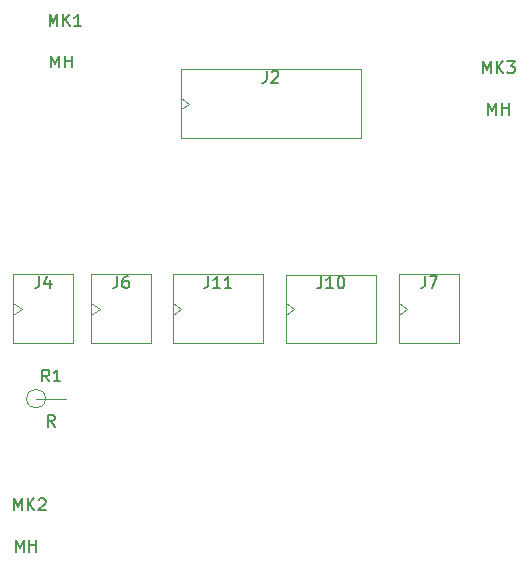
<source format=gbr>
G04 #@! TF.GenerationSoftware,KiCad,Pcbnew,7.0.9*
G04 #@! TF.CreationDate,2024-01-17T05:20:41+10:00*
G04 #@! TF.ProjectId,CONTROLLER_Radar Altimeter-V02,434f4e54-524f-44c4-9c45-525f52616461,1*
G04 #@! TF.SameCoordinates,Original*
G04 #@! TF.FileFunction,AssemblyDrawing,Top*
%FSLAX46Y46*%
G04 Gerber Fmt 4.6, Leading zero omitted, Abs format (unit mm)*
G04 Created by KiCad (PCBNEW 7.0.9) date 2024-01-17 05:20:41*
%MOMM*%
%LPD*%
G01*
G04 APERTURE LIST*
%ADD10C,0.150000*%
%ADD11C,0.100000*%
G04 APERTURE END LIST*
D10*
X33952857Y-54764819D02*
X33952857Y-53764819D01*
X33952857Y-53764819D02*
X34286190Y-54479104D01*
X34286190Y-54479104D02*
X34619523Y-53764819D01*
X34619523Y-53764819D02*
X34619523Y-54764819D01*
X35095714Y-54764819D02*
X35095714Y-53764819D01*
X35095714Y-54241009D02*
X35667142Y-54241009D01*
X35667142Y-54764819D02*
X35667142Y-53764819D01*
X33800476Y-51264819D02*
X33800476Y-50264819D01*
X33800476Y-50264819D02*
X34133809Y-50979104D01*
X34133809Y-50979104D02*
X34467142Y-50264819D01*
X34467142Y-50264819D02*
X34467142Y-51264819D01*
X34943333Y-51264819D02*
X34943333Y-50264819D01*
X35514761Y-51264819D02*
X35086190Y-50693390D01*
X35514761Y-50264819D02*
X34943333Y-50836247D01*
X36467142Y-51264819D02*
X35895714Y-51264819D01*
X36181428Y-51264819D02*
X36181428Y-50264819D01*
X36181428Y-50264819D02*
X36086190Y-50407676D01*
X36086190Y-50407676D02*
X35990952Y-50502914D01*
X35990952Y-50502914D02*
X35895714Y-50550533D01*
X30952857Y-95764819D02*
X30952857Y-94764819D01*
X30952857Y-94764819D02*
X31286190Y-95479104D01*
X31286190Y-95479104D02*
X31619523Y-94764819D01*
X31619523Y-94764819D02*
X31619523Y-95764819D01*
X32095714Y-95764819D02*
X32095714Y-94764819D01*
X32095714Y-95241009D02*
X32667142Y-95241009D01*
X32667142Y-95764819D02*
X32667142Y-94764819D01*
X30800476Y-92264819D02*
X30800476Y-91264819D01*
X30800476Y-91264819D02*
X31133809Y-91979104D01*
X31133809Y-91979104D02*
X31467142Y-91264819D01*
X31467142Y-91264819D02*
X31467142Y-92264819D01*
X31943333Y-92264819D02*
X31943333Y-91264819D01*
X32514761Y-92264819D02*
X32086190Y-91693390D01*
X32514761Y-91264819D02*
X31943333Y-91836247D01*
X32895714Y-91360057D02*
X32943333Y-91312438D01*
X32943333Y-91312438D02*
X33038571Y-91264819D01*
X33038571Y-91264819D02*
X33276666Y-91264819D01*
X33276666Y-91264819D02*
X33371904Y-91312438D01*
X33371904Y-91312438D02*
X33419523Y-91360057D01*
X33419523Y-91360057D02*
X33467142Y-91455295D01*
X33467142Y-91455295D02*
X33467142Y-91550533D01*
X33467142Y-91550533D02*
X33419523Y-91693390D01*
X33419523Y-91693390D02*
X32848095Y-92264819D01*
X32848095Y-92264819D02*
X33467142Y-92264819D01*
X70952857Y-58764819D02*
X70952857Y-57764819D01*
X70952857Y-57764819D02*
X71286190Y-58479104D01*
X71286190Y-58479104D02*
X71619523Y-57764819D01*
X71619523Y-57764819D02*
X71619523Y-58764819D01*
X72095714Y-58764819D02*
X72095714Y-57764819D01*
X72095714Y-58241009D02*
X72667142Y-58241009D01*
X72667142Y-58764819D02*
X72667142Y-57764819D01*
X70500476Y-55264819D02*
X70500476Y-54264819D01*
X70500476Y-54264819D02*
X70833809Y-54979104D01*
X70833809Y-54979104D02*
X71167142Y-54264819D01*
X71167142Y-54264819D02*
X71167142Y-55264819D01*
X71643333Y-55264819D02*
X71643333Y-54264819D01*
X72214761Y-55264819D02*
X71786190Y-54693390D01*
X72214761Y-54264819D02*
X71643333Y-54836247D01*
X72548095Y-54264819D02*
X73167142Y-54264819D01*
X73167142Y-54264819D02*
X72833809Y-54645771D01*
X72833809Y-54645771D02*
X72976666Y-54645771D01*
X72976666Y-54645771D02*
X73071904Y-54693390D01*
X73071904Y-54693390D02*
X73119523Y-54741009D01*
X73119523Y-54741009D02*
X73167142Y-54836247D01*
X73167142Y-54836247D02*
X73167142Y-55074342D01*
X73167142Y-55074342D02*
X73119523Y-55169580D01*
X73119523Y-55169580D02*
X73071904Y-55217200D01*
X73071904Y-55217200D02*
X72976666Y-55264819D01*
X72976666Y-55264819D02*
X72690952Y-55264819D01*
X72690952Y-55264819D02*
X72595714Y-55217200D01*
X72595714Y-55217200D02*
X72548095Y-55169580D01*
X65596666Y-72444819D02*
X65596666Y-73159104D01*
X65596666Y-73159104D02*
X65549047Y-73301961D01*
X65549047Y-73301961D02*
X65453809Y-73397200D01*
X65453809Y-73397200D02*
X65310952Y-73444819D01*
X65310952Y-73444819D02*
X65215714Y-73444819D01*
X65977619Y-72444819D02*
X66644285Y-72444819D01*
X66644285Y-72444819D02*
X66215714Y-73444819D01*
X32926666Y-72444819D02*
X32926666Y-73159104D01*
X32926666Y-73159104D02*
X32879047Y-73301961D01*
X32879047Y-73301961D02*
X32783809Y-73397200D01*
X32783809Y-73397200D02*
X32640952Y-73444819D01*
X32640952Y-73444819D02*
X32545714Y-73444819D01*
X33831428Y-72778152D02*
X33831428Y-73444819D01*
X33593333Y-72397200D02*
X33355238Y-73111485D01*
X33355238Y-73111485D02*
X33974285Y-73111485D01*
X47250476Y-72444819D02*
X47250476Y-73159104D01*
X47250476Y-73159104D02*
X47202857Y-73301961D01*
X47202857Y-73301961D02*
X47107619Y-73397200D01*
X47107619Y-73397200D02*
X46964762Y-73444819D01*
X46964762Y-73444819D02*
X46869524Y-73444819D01*
X48250476Y-73444819D02*
X47679048Y-73444819D01*
X47964762Y-73444819D02*
X47964762Y-72444819D01*
X47964762Y-72444819D02*
X47869524Y-72587676D01*
X47869524Y-72587676D02*
X47774286Y-72682914D01*
X47774286Y-72682914D02*
X47679048Y-72730533D01*
X49202857Y-73444819D02*
X48631429Y-73444819D01*
X48917143Y-73444819D02*
X48917143Y-72444819D01*
X48917143Y-72444819D02*
X48821905Y-72587676D01*
X48821905Y-72587676D02*
X48726667Y-72682914D01*
X48726667Y-72682914D02*
X48631429Y-72730533D01*
X52176666Y-55064819D02*
X52176666Y-55779104D01*
X52176666Y-55779104D02*
X52129047Y-55921961D01*
X52129047Y-55921961D02*
X52033809Y-56017200D01*
X52033809Y-56017200D02*
X51890952Y-56064819D01*
X51890952Y-56064819D02*
X51795714Y-56064819D01*
X52605238Y-55160057D02*
X52652857Y-55112438D01*
X52652857Y-55112438D02*
X52748095Y-55064819D01*
X52748095Y-55064819D02*
X52986190Y-55064819D01*
X52986190Y-55064819D02*
X53081428Y-55112438D01*
X53081428Y-55112438D02*
X53129047Y-55160057D01*
X53129047Y-55160057D02*
X53176666Y-55255295D01*
X53176666Y-55255295D02*
X53176666Y-55350533D01*
X53176666Y-55350533D02*
X53129047Y-55493390D01*
X53129047Y-55493390D02*
X52557619Y-56064819D01*
X52557619Y-56064819D02*
X53176666Y-56064819D01*
X34239523Y-85184819D02*
X33906190Y-84708628D01*
X33668095Y-85184819D02*
X33668095Y-84184819D01*
X33668095Y-84184819D02*
X34049047Y-84184819D01*
X34049047Y-84184819D02*
X34144285Y-84232438D01*
X34144285Y-84232438D02*
X34191904Y-84280057D01*
X34191904Y-84280057D02*
X34239523Y-84375295D01*
X34239523Y-84375295D02*
X34239523Y-84518152D01*
X34239523Y-84518152D02*
X34191904Y-84613390D01*
X34191904Y-84613390D02*
X34144285Y-84661009D01*
X34144285Y-84661009D02*
X34049047Y-84708628D01*
X34049047Y-84708628D02*
X33668095Y-84708628D01*
X33763333Y-81344819D02*
X33430000Y-80868628D01*
X33191905Y-81344819D02*
X33191905Y-80344819D01*
X33191905Y-80344819D02*
X33572857Y-80344819D01*
X33572857Y-80344819D02*
X33668095Y-80392438D01*
X33668095Y-80392438D02*
X33715714Y-80440057D01*
X33715714Y-80440057D02*
X33763333Y-80535295D01*
X33763333Y-80535295D02*
X33763333Y-80678152D01*
X33763333Y-80678152D02*
X33715714Y-80773390D01*
X33715714Y-80773390D02*
X33668095Y-80821009D01*
X33668095Y-80821009D02*
X33572857Y-80868628D01*
X33572857Y-80868628D02*
X33191905Y-80868628D01*
X34715714Y-81344819D02*
X34144286Y-81344819D01*
X34430000Y-81344819D02*
X34430000Y-80344819D01*
X34430000Y-80344819D02*
X34334762Y-80487676D01*
X34334762Y-80487676D02*
X34239524Y-80582914D01*
X34239524Y-80582914D02*
X34144286Y-80630533D01*
X56800476Y-72464819D02*
X56800476Y-73179104D01*
X56800476Y-73179104D02*
X56752857Y-73321961D01*
X56752857Y-73321961D02*
X56657619Y-73417200D01*
X56657619Y-73417200D02*
X56514762Y-73464819D01*
X56514762Y-73464819D02*
X56419524Y-73464819D01*
X57800476Y-73464819D02*
X57229048Y-73464819D01*
X57514762Y-73464819D02*
X57514762Y-72464819D01*
X57514762Y-72464819D02*
X57419524Y-72607676D01*
X57419524Y-72607676D02*
X57324286Y-72702914D01*
X57324286Y-72702914D02*
X57229048Y-72750533D01*
X58419524Y-72464819D02*
X58514762Y-72464819D01*
X58514762Y-72464819D02*
X58610000Y-72512438D01*
X58610000Y-72512438D02*
X58657619Y-72560057D01*
X58657619Y-72560057D02*
X58705238Y-72655295D01*
X58705238Y-72655295D02*
X58752857Y-72845771D01*
X58752857Y-72845771D02*
X58752857Y-73083866D01*
X58752857Y-73083866D02*
X58705238Y-73274342D01*
X58705238Y-73274342D02*
X58657619Y-73369580D01*
X58657619Y-73369580D02*
X58610000Y-73417200D01*
X58610000Y-73417200D02*
X58514762Y-73464819D01*
X58514762Y-73464819D02*
X58419524Y-73464819D01*
X58419524Y-73464819D02*
X58324286Y-73417200D01*
X58324286Y-73417200D02*
X58276667Y-73369580D01*
X58276667Y-73369580D02*
X58229048Y-73274342D01*
X58229048Y-73274342D02*
X58181429Y-73083866D01*
X58181429Y-73083866D02*
X58181429Y-72845771D01*
X58181429Y-72845771D02*
X58229048Y-72655295D01*
X58229048Y-72655295D02*
X58276667Y-72560057D01*
X58276667Y-72560057D02*
X58324286Y-72512438D01*
X58324286Y-72512438D02*
X58419524Y-72464819D01*
X39546666Y-72444819D02*
X39546666Y-73159104D01*
X39546666Y-73159104D02*
X39499047Y-73301961D01*
X39499047Y-73301961D02*
X39403809Y-73397200D01*
X39403809Y-73397200D02*
X39260952Y-73444819D01*
X39260952Y-73444819D02*
X39165714Y-73444819D01*
X40451428Y-72444819D02*
X40260952Y-72444819D01*
X40260952Y-72444819D02*
X40165714Y-72492438D01*
X40165714Y-72492438D02*
X40118095Y-72540057D01*
X40118095Y-72540057D02*
X40022857Y-72682914D01*
X40022857Y-72682914D02*
X39975238Y-72873390D01*
X39975238Y-72873390D02*
X39975238Y-73254342D01*
X39975238Y-73254342D02*
X40022857Y-73349580D01*
X40022857Y-73349580D02*
X40070476Y-73397200D01*
X40070476Y-73397200D02*
X40165714Y-73444819D01*
X40165714Y-73444819D02*
X40356190Y-73444819D01*
X40356190Y-73444819D02*
X40451428Y-73397200D01*
X40451428Y-73397200D02*
X40499047Y-73349580D01*
X40499047Y-73349580D02*
X40546666Y-73254342D01*
X40546666Y-73254342D02*
X40546666Y-73016247D01*
X40546666Y-73016247D02*
X40499047Y-72921009D01*
X40499047Y-72921009D02*
X40451428Y-72873390D01*
X40451428Y-72873390D02*
X40356190Y-72825771D01*
X40356190Y-72825771D02*
X40165714Y-72825771D01*
X40165714Y-72825771D02*
X40070476Y-72873390D01*
X40070476Y-72873390D02*
X40022857Y-72921009D01*
X40022857Y-72921009D02*
X39975238Y-73016247D01*
D11*
X63390000Y-72290000D02*
X63390000Y-78090000D01*
X64097107Y-75210000D02*
X63390000Y-75710000D01*
X63390000Y-78090000D02*
X68470000Y-78090000D01*
X68470000Y-78090000D02*
X68470000Y-72290000D01*
X68470000Y-72290000D02*
X63390000Y-72290000D01*
X63390000Y-74710000D02*
X64097107Y-75210000D01*
X30720000Y-74710000D02*
X31427107Y-75210000D01*
X30720000Y-78090000D02*
X35800000Y-78090000D01*
X31427107Y-75210000D02*
X30720000Y-75710000D01*
X35800000Y-72290000D02*
X30720000Y-72290000D01*
X35800000Y-78090000D02*
X35800000Y-72290000D01*
X30720000Y-72290000D02*
X30720000Y-78090000D01*
X51870000Y-78090000D02*
X51870000Y-72290000D01*
X44250000Y-78090000D02*
X51870000Y-78090000D01*
X44957107Y-75210000D02*
X44250000Y-75710000D01*
X51870000Y-72290000D02*
X44250000Y-72290000D01*
X44250000Y-74710000D02*
X44957107Y-75210000D01*
X44250000Y-72290000D02*
X44250000Y-78090000D01*
X44890000Y-54910000D02*
X44890000Y-60710000D01*
X60130000Y-54910000D02*
X44890000Y-54910000D01*
X44890000Y-57330000D02*
X45597107Y-57830000D01*
X45597107Y-57830000D02*
X44890000Y-58330000D01*
X44890000Y-60710000D02*
X60130000Y-60710000D01*
X60130000Y-60710000D02*
X60130000Y-54910000D01*
X32660000Y-82810000D02*
X35200000Y-82810000D01*
X33460000Y-82810000D02*
G75*
G03*
X33460000Y-82810000I-800000J0D01*
G01*
X53800000Y-74730000D02*
X54507107Y-75230000D01*
X53800000Y-72310000D02*
X53800000Y-78110000D01*
X61420000Y-78110000D02*
X61420000Y-72310000D01*
X61420000Y-72310000D02*
X53800000Y-72310000D01*
X53800000Y-78110000D02*
X61420000Y-78110000D01*
X54507107Y-75230000D02*
X53800000Y-75730000D01*
X42420000Y-72290000D02*
X37340000Y-72290000D01*
X37340000Y-72290000D02*
X37340000Y-78090000D01*
X37340000Y-78090000D02*
X42420000Y-78090000D01*
X38047107Y-75210000D02*
X37340000Y-75710000D01*
X37340000Y-74710000D02*
X38047107Y-75210000D01*
X42420000Y-78090000D02*
X42420000Y-72290000D01*
M02*

</source>
